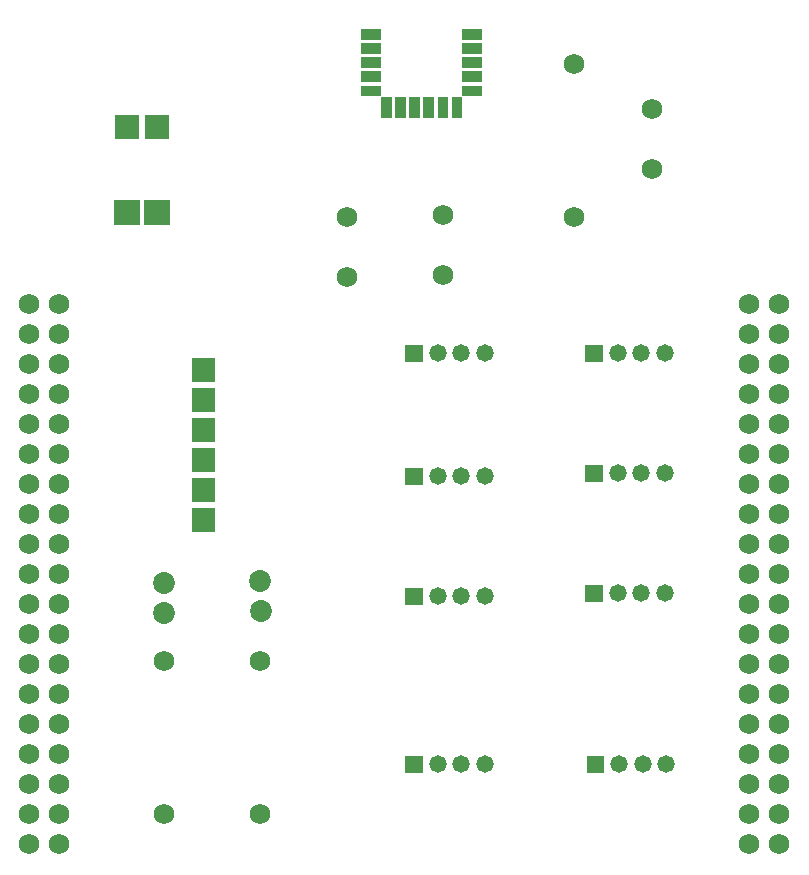
<source format=gts>
G04 Layer: TopSolderMaskLayer*
G04 EasyEDA v6.4.31, 2022-02-12 11:49:02*
G04 e007ce868bfc41669b98f304f8b66a95,955daf9958a1483280a48a3f8fd5623a,10*
G04 Gerber Generator version 0.2*
G04 Scale: 100 percent, Rotated: No, Reflected: No *
G04 Dimensions in millimeters *
G04 leading zeros omitted , absolute positions ,4 integer and 5 decimal *
%FSLAX45Y45*%
%MOMM*%

%ADD25C,1.4732*%
%ADD26C,1.8542*%
%ADD29R,2.1336X2.1336*%
%ADD31C,1.7272*%

%LPD*%
G36*
X4185665Y5590539D02*
G01*
X4185665Y5737860D01*
X4332986Y5737860D01*
X4332986Y5590539D01*
G37*
D25*
G01*
X4459300Y5664200D03*
G01*
X4659299Y5664200D03*
G01*
X4859299Y5664200D03*
D26*
G01*
X2961309Y6959625D03*
G01*
X2956890Y7213574D03*
G01*
X2146300Y6946900D03*
G01*
X2146300Y7200900D03*
G36*
X5709665Y7038339D02*
G01*
X5709665Y7185660D01*
X5856986Y7185660D01*
X5856986Y7038339D01*
G37*
D25*
G01*
X5983300Y7112000D03*
G01*
X6183299Y7112000D03*
G01*
X6383299Y7112000D03*
G36*
X4185665Y7012939D02*
G01*
X4185665Y7160260D01*
X4332986Y7160260D01*
X4332986Y7012939D01*
G37*
G01*
X4459300Y7086600D03*
G01*
X4659299Y7086600D03*
G01*
X4859299Y7086600D03*
G36*
X5722365Y5590539D02*
G01*
X5722365Y5737860D01*
X5869686Y5737860D01*
X5869686Y5590539D01*
G37*
G01*
X5996000Y5664200D03*
G01*
X6195999Y5664200D03*
G01*
X6395999Y5664200D03*
G36*
X3813302Y11801347D02*
G01*
X3813302Y11891518D01*
X3983736Y11891518D01*
X3983736Y11801347D01*
G37*
G36*
X3813302Y11681205D02*
G01*
X3813302Y11771629D01*
X3983736Y11771629D01*
X3983736Y11681205D01*
G37*
G36*
X3813302Y11561318D02*
G01*
X3813302Y11651487D01*
X3983736Y11651487D01*
X3983736Y11561318D01*
G37*
G36*
X3813302Y11441176D02*
G01*
X3813302Y11531600D01*
X3983736Y11531600D01*
X3983736Y11441176D01*
G37*
G36*
X3813302Y11321287D02*
G01*
X3813302Y11411458D01*
X3983736Y11411458D01*
X3983736Y11321287D01*
G37*
G36*
X3978402Y11141202D02*
G01*
X3978402Y11311636D01*
X4068572Y11311636D01*
X4068572Y11141202D01*
G37*
G36*
X4098290Y11141202D02*
G01*
X4098290Y11311636D01*
X4188713Y11311636D01*
X4188713Y11141202D01*
G37*
G36*
X4218431Y11141202D02*
G01*
X4218431Y11311636D01*
X4308602Y11311636D01*
X4308602Y11141202D01*
G37*
G36*
X4338320Y11141202D02*
G01*
X4338320Y11311636D01*
X4428743Y11311636D01*
X4428743Y11141202D01*
G37*
G36*
X4458461Y11141202D02*
G01*
X4458461Y11311636D01*
X4548631Y11311636D01*
X4548631Y11141202D01*
G37*
G36*
X4578350Y11141202D02*
G01*
X4578350Y11311636D01*
X4668774Y11311636D01*
X4668774Y11141202D01*
G37*
G36*
X4663440Y11321287D02*
G01*
X4663440Y11411458D01*
X4833620Y11411458D01*
X4833620Y11321287D01*
G37*
G36*
X4663440Y11441176D02*
G01*
X4663440Y11531600D01*
X4833620Y11531600D01*
X4833620Y11441176D01*
G37*
G36*
X4663440Y11561318D02*
G01*
X4663440Y11651487D01*
X4833620Y11651487D01*
X4833620Y11561318D01*
G37*
G36*
X4663440Y11681205D02*
G01*
X4663440Y11771629D01*
X4833620Y11771629D01*
X4833620Y11681205D01*
G37*
G36*
X4663440Y11801347D02*
G01*
X4663440Y11891518D01*
X4833620Y11891518D01*
X4833620Y11801347D01*
G37*
D29*
G01*
X2082800Y11061700D03*
G01*
X1828800Y11061700D03*
G36*
X1722120Y10231120D02*
G01*
X1722120Y10444479D01*
X1935479Y10444479D01*
X1935479Y10231120D01*
G37*
G36*
X1976120Y10231120D02*
G01*
X1976120Y10444479D01*
X2189479Y10444479D01*
X2189479Y10231120D01*
G37*
G36*
X2377440Y8905239D02*
G01*
X2377440Y9103360D01*
X2575559Y9103360D01*
X2575559Y8905239D01*
G37*
G36*
X2377440Y8651239D02*
G01*
X2377440Y8849360D01*
X2575559Y8849360D01*
X2575559Y8651239D01*
G37*
G36*
X2377440Y8397239D02*
G01*
X2377440Y8595360D01*
X2575559Y8595360D01*
X2575559Y8397239D01*
G37*
G36*
X2377440Y8143239D02*
G01*
X2377440Y8341360D01*
X2575559Y8341360D01*
X2575559Y8143239D01*
G37*
G36*
X2377440Y7889239D02*
G01*
X2377440Y8087360D01*
X2575559Y8087360D01*
X2575559Y7889239D01*
G37*
G36*
X2377440Y7635239D02*
G01*
X2377440Y7833360D01*
X2575559Y7833360D01*
X2575559Y7635239D01*
G37*
D31*
G01*
X7099300Y9563100D03*
G01*
X7353300Y9563100D03*
G01*
X7099300Y9309100D03*
G01*
X7353300Y9309100D03*
G01*
X7099300Y9055100D03*
G01*
X7353300Y9055100D03*
G01*
X7099300Y8801100D03*
G01*
X7353300Y8801100D03*
G01*
X7099300Y8547100D03*
G01*
X7353300Y8547100D03*
G01*
X7099300Y8293100D03*
G01*
X7353300Y8293100D03*
G01*
X7099300Y8039100D03*
G01*
X7353300Y8039100D03*
G01*
X7099300Y7785100D03*
G01*
X7353300Y7785100D03*
G01*
X7099300Y7531100D03*
G01*
X7353300Y7531100D03*
G01*
X7099300Y7277100D03*
G01*
X7353300Y7277100D03*
G01*
X7099300Y7023100D03*
G01*
X7353300Y7023100D03*
G01*
X7099300Y6769100D03*
G01*
X7353300Y6769100D03*
G01*
X7099300Y6515100D03*
G01*
X7353300Y6515100D03*
G01*
X7099300Y6261100D03*
G01*
X7353300Y6261100D03*
G01*
X7099300Y6007100D03*
G01*
X7353300Y6007100D03*
G01*
X7099300Y5753100D03*
G01*
X7353300Y5753100D03*
G01*
X7099300Y5499100D03*
G01*
X7353300Y5499100D03*
G01*
X7099300Y5245100D03*
G01*
X7353300Y5245100D03*
G01*
X7099300Y4991100D03*
G01*
X7353300Y4991100D03*
G01*
X1003300Y9563100D03*
G01*
X1257300Y9563100D03*
G01*
X1003300Y9309100D03*
G01*
X1257300Y9309100D03*
G01*
X1003300Y9055100D03*
G01*
X1257300Y9055100D03*
G01*
X1003300Y8801100D03*
G01*
X1257300Y8801100D03*
G01*
X1003300Y8547100D03*
G01*
X1257300Y8547100D03*
G01*
X1003300Y8293100D03*
G01*
X1257300Y8293100D03*
G01*
X1003300Y8039100D03*
G01*
X1257300Y8039100D03*
G01*
X1003300Y7785100D03*
G01*
X1257300Y7785100D03*
G01*
X1003300Y7531100D03*
G01*
X1257300Y7531100D03*
G01*
X1003300Y7277100D03*
G01*
X1257300Y7277100D03*
G01*
X1003300Y7023100D03*
G01*
X1257300Y7023100D03*
G01*
X1003300Y6769100D03*
G01*
X1257300Y6769100D03*
G01*
X1003300Y6515100D03*
G01*
X1257300Y6515100D03*
G01*
X1003300Y6261100D03*
G01*
X1257300Y6261100D03*
G01*
X1003300Y6007100D03*
G01*
X1257300Y6007100D03*
G01*
X1003300Y5753100D03*
G01*
X1257300Y5753100D03*
G01*
X1003300Y5499100D03*
G01*
X1257300Y5499100D03*
G01*
X1003300Y5245100D03*
G01*
X1257300Y5245100D03*
G01*
X1003300Y4991100D03*
G01*
X1257300Y4991100D03*
G01*
X3695700Y10299700D03*
G01*
X3695700Y9791700D03*
G01*
X4508500Y9804400D03*
G01*
X4508500Y10312400D03*
G01*
X6273800Y10706100D03*
G01*
X6273800Y11214100D03*
G36*
X5709665Y9070339D02*
G01*
X5709665Y9217660D01*
X5856986Y9217660D01*
X5856986Y9070339D01*
G37*
D25*
G01*
X5983300Y9144000D03*
G01*
X6183299Y9144000D03*
G01*
X6383299Y9144000D03*
G36*
X4185665Y8028939D02*
G01*
X4185665Y8176260D01*
X4332986Y8176260D01*
X4332986Y8028939D01*
G37*
G01*
X4459300Y8102600D03*
G01*
X4659299Y8102600D03*
G01*
X4859299Y8102600D03*
G36*
X5709665Y8054339D02*
G01*
X5709665Y8201660D01*
X5856986Y8201660D01*
X5856986Y8054339D01*
G37*
G01*
X5983300Y8128000D03*
G01*
X6183299Y8128000D03*
G01*
X6383299Y8128000D03*
G36*
X4185665Y9070339D02*
G01*
X4185665Y9217660D01*
X4332986Y9217660D01*
X4332986Y9070339D01*
G37*
G01*
X4459300Y9144000D03*
G01*
X4659299Y9144000D03*
G01*
X4859299Y9144000D03*
D31*
G01*
X2146300Y5242788D03*
G01*
X2146300Y6542786D03*
G01*
X5613400Y11597386D03*
G01*
X5613400Y10297388D03*
G01*
X2959100Y5242788D03*
G01*
X2959100Y6542786D03*
M02*

</source>
